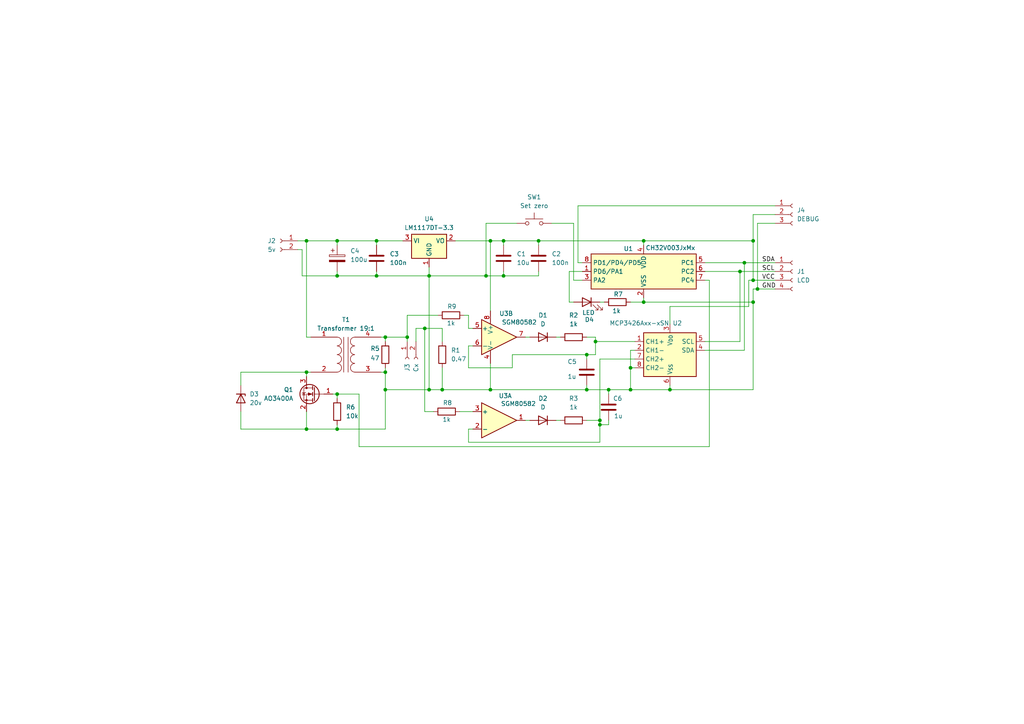
<source format=kicad_sch>
(kicad_sch (version 20231120) (generator "eeschema") (generator_version "8.0")
  (paper "A4")
  (lib_symbols
    (symbol "Amplifier_Operational:MCP6002-xSN" (pin_names (offset 0.127))
      (property "Reference" "U" (at 0 5.08 0))
      (property "Value" "MCP6002-xSN" (at 0 -5.08 0))
      (symbol "MCP6002-xSN_1_1"
        (polyline (pts (xy -5.08 5.08) (xy 5.08 0) (xy -5.08 -5.08) (xy -5.08 5.08)) (stroke (width 0.254)) (fill (type background)))
        (pin output line (at 7.62 0 180) (length 2.54) (name "~") (number "1"))
        (pin input line (at -7.62 -2.54 0) (length 2.54) (name "-") (number "2"))
        (pin input line (at -7.62 2.54 0) (length 2.54) (name "+") (number "3"))
      )
      (symbol "MCP6002-xSN_2_1"
        (polyline (pts (xy -5.08 5.08) (xy 5.08 0) (xy -5.08 -5.08) (xy -5.08 5.08)) (stroke (width 0.254)) (fill (type background)))
        (pin input line (at -7.62 2.54 0) (length 2.54) (name "+") (number "5"))
        (pin input line (at -7.62 -2.54 0) (length 2.54) (name "-") (number "6"))
        (pin output line (at 7.62 0 180) (length 2.54) (name "~") (number "7"))
      )
      (symbol "MCP6002-xSN_3_1"
        (pin power_in line (at -2.54 -7.62 90) (length 3.81) (name "V-") (number "4"))
        (pin power_in line (at -2.54 7.62 270) (length 3.81) (name "V+") (number "8"))
      )
    )
    (symbol "Analog_ADC:MCP3426Axx-xSN"
      (property "Reference" "U" (at -6.35 8.89 0))
      (property "Value" "MCP3426Axx-xSN" (at 1.27 8.89 0))
      (symbol "MCP3426Axx-xSN_0_1"
        (rectangle (start -7.62 7.62) (end 7.62 -5.08) (stroke (width 0.254)) (fill (type background)))
      )
      (symbol "MCP3426Axx-xSN_1_1"
        (pin input line (at -10.16 5.08 0) (length 2.54) (name "CH1+") (number "1"))
        (pin input line (at -10.16 2.54 0) (length 2.54) (name "CH1-") (number "2"))
        (pin power_in line (at 0 10.16 270) (length 2.54) (name "V_{DD}") (number "3"))
        (pin bidirectional line (at 10.16 2.54 180) (length 2.54) (name "SDA") (number "4"))
        (pin input line (at 10.16 5.08 180) (length 2.54) (name "SCL") (number "5"))
        (pin power_in line (at 0 -7.62 90) (length 2.54) (name "V_{SS}") (number "6"))
        (pin input line (at -10.16 0 0) (length 2.54) (name "CH2+") (number "7"))
        (pin input line (at -10.16 -2.54 0) (length 2.54) (name "CH2-") (number "8"))
      )
    )
    (symbol "Connector:Conn_01x02_Socket" (pin_names (offset 1.016) hide)
      (property "Reference" "J" (at 0 2.54 0))
      (property "Value" "Conn_01x02_Socket" (at 0 -5.08 0))
      (symbol "Conn_01x02_Socket_1_1"
        (arc (start 0 -2.032) (mid -0.5058 -2.54) (end 0 -3.048) (stroke (width 0.1524)))
        (polyline (pts (xy -1.27 -2.54) (xy -0.508 -2.54)) (stroke (width 0.1524)))
        (polyline (pts (xy -1.27 0) (xy -0.508 0)) (stroke (width 0.1524)))
        (arc (start 0 0.508) (mid -0.5058 0) (end 0 -0.508) (stroke (width 0.1524)))
        (pin passive line (at -5.08 0 0) (length 3.81) (name "Pin_1") (number "1"))
        (pin passive line (at -5.08 -2.54 0) (length 3.81) (name "Pin_2") (number "2"))
      )
    )
    (symbol "Connector:Conn_01x03_Socket" (pin_names (offset 1.016) hide)
      (property "Reference" "J" (at 0 5.08 0))
      (property "Value" "Conn_01x03_Socket" (at 0 -5.08 0))
      (symbol "Conn_01x03_Socket_1_1"
        (arc (start 0 -2.032) (mid -0.5058 -2.54) (end 0 -3.048) (stroke (width 0.1524)))
        (polyline (pts (xy -1.27 -2.54) (xy -0.508 -2.54)) (stroke (width 0.1524)))
        (polyline (pts (xy -1.27 0) (xy -0.508 0)) (stroke (width 0.1524)))
        (polyline (pts (xy -1.27 2.54) (xy -0.508 2.54)) (stroke (width 0.1524)))
        (arc (start 0 0.508) (mid -0.5058 0) (end 0 -0.508) (stroke (width 0.1524)))
        (arc (start 0 3.048) (mid -0.5058 2.54) (end 0 2.032) (stroke (width 0.1524)))
        (pin passive line (at -5.08 2.54 0) (length 3.81) (name "Pin_1") (number "1"))
        (pin passive line (at -5.08 0 0) (length 3.81) (name "Pin_2") (number "2"))
        (pin passive line (at -5.08 -2.54 0) (length 3.81) (name "Pin_3") (number "3"))
      )
    )
    (symbol "Connector:Conn_01x04_Socket" (pin_names (offset 1.016) hide)
      (property "Reference" "J" (at 0 5.08 0))
      (property "Value" "Conn_01x04_Socket" (at 0 -7.62 0))
      (symbol "Conn_01x04_Socket_1_1"
        (arc (start 0 -4.572) (mid -0.5058 -5.08) (end 0 -5.588) (stroke (width 0.1524)))
        (arc (start 0 -2.032) (mid -0.5058 -2.54) (end 0 -3.048) (stroke (width 0.1524)))
        (polyline (pts (xy -1.27 -5.08) (xy -0.508 -5.08)) (stroke (width 0.1524)))
        (polyline (pts (xy -1.27 -2.54) (xy -0.508 -2.54)) (stroke (width 0.1524)))
        (polyline (pts (xy -1.27 0) (xy -0.508 0)) (stroke (width 0.1524)))
        (polyline (pts (xy -1.27 2.54) (xy -0.508 2.54)) (stroke (width 0.1524)))
        (arc (start 0 0.508) (mid -0.5058 0) (end 0 -0.508) (stroke (width 0.1524)))
        (arc (start 0 3.048) (mid -0.5058 2.54) (end 0 2.032) (stroke (width 0.1524)))
        (pin passive line (at -5.08 2.54 0) (length 3.81) (name "Pin_1") (number "1"))
        (pin passive line (at -5.08 0 0) (length 3.81) (name "Pin_2") (number "2"))
        (pin passive line (at -5.08 -2.54 0) (length 3.81) (name "Pin_3") (number "3"))
        (pin passive line (at -5.08 -5.08 0) (length 3.81) (name "Pin_4") (number "4"))
      )
    )
    (symbol "Device:C" (pin_numbers hide) (pin_names (offset 0.254))
      (property "Reference" "C" (at 0.635 2.54 0))
      (property "Value" "C" (at 0.635 -2.54 0))
      (symbol "C_0_1"
        (polyline (pts (xy -2.032 -0.762) (xy 2.032 -0.762)) (stroke (width 0.508)))
        (polyline (pts (xy -2.032 0.762) (xy 2.032 0.762)) (stroke (width 0.508)))
      )
      (symbol "C_1_1"
        (pin passive line (at 0 3.81 270) (length 2.794) (name "~") (number "1"))
        (pin passive line (at 0 -3.81 90) (length 2.794) (name "~") (number "2"))
      )
    )
    (symbol "Device:C_Polarized" (pin_numbers hide) (pin_names (offset 0.254))
      (property "Reference" "C" (at 0.635 2.54 0))
      (property "Value" "C_Polarized" (at 0.635 -2.54 0))
      (symbol "C_Polarized_0_1"
        (rectangle (start -2.286 0.508) (end 2.286 1.016))
        (polyline (pts (xy -1.778 2.286) (xy -0.762 2.286)))
        (polyline (pts (xy -1.27 2.794) (xy -1.27 1.778)))
        (rectangle (start 2.286 -0.508) (end -2.286 -1.016) (fill (type outline)))
      )
      (symbol "C_Polarized_1_1"
        (pin passive line (at 0 3.81 270) (length 2.794) (name "~") (number "1"))
        (pin passive line (at 0 -3.81 90) (length 2.794) (name "~") (number "2"))
      )
    )
    (symbol "Device:D" (pin_numbers hide) (pin_names (offset 1.016) hide)
      (property "Reference" "D" (at 0 2.54 0))
      (property "Value" "D" (at 0 -2.54 0))
      (symbol "D_0_1"
        (polyline (pts (xy -1.27 1.27) (xy -1.27 -1.27)) (stroke (width 0.254)))
        (polyline (pts (xy 1.27 0) (xy -1.27 0)))
        (polyline (pts (xy 1.27 1.27) (xy 1.27 -1.27) (xy -1.27 0) (xy 1.27 1.27)) (stroke (width 0.254)))
      )
      (symbol "D_1_1"
        (pin passive line (at -3.81 0 0) (length 2.54) (name "K") (number "1"))
        (pin passive line (at 3.81 0 180) (length 2.54) (name "A") (number "2"))
      )
    )
    (symbol "Device:D_Zener" (pin_numbers hide) (pin_names (offset 1.016) hide)
      (property "Reference" "D" (at 0 2.54 0))
      (property "Value" "D_Zener" (at 0 -2.54 0))
      (symbol "D_Zener_0_1"
        (polyline (pts (xy 1.27 0) (xy -1.27 0)))
        (polyline (pts (xy -1.27 -1.27) (xy -1.27 1.27) (xy -0.762 1.27)) (stroke (width 0.254)))
        (polyline (pts (xy 1.27 -1.27) (xy 1.27 1.27) (xy -1.27 0) (xy 1.27 -1.27)) (stroke (width 0.254)))
      )
      (symbol "D_Zener_1_1"
        (pin passive line (at -3.81 0 0) (length 2.54) (name "K") (number "1"))
        (pin passive line (at 3.81 0 180) (length 2.54) (name "A") (number "2"))
      )
    )
    (symbol "Device:LED" (pin_numbers hide) (pin_names (offset 1.016) hide)
      (property "Reference" "D" (at 0 2.54 0))
      (property "Value" "LED" (at 0 -2.54 0))
      (symbol "LED_0_1"
        (polyline (pts (xy -1.27 -1.27) (xy -1.27 1.27)) (stroke (width 0.254)))
        (polyline (pts (xy -1.27 0) (xy 1.27 0)))
        (polyline (pts (xy 1.27 -1.27) (xy 1.27 1.27) (xy -1.27 0) (xy 1.27 -1.27)) (stroke (width 0.254)))
        (polyline (pts (xy -3.048 -0.762) (xy -4.572 -2.286) (xy -3.81 -2.286) (xy -4.572 -2.286) (xy -4.572 -1.524)))
        (polyline (pts (xy -1.778 -0.762) (xy -3.302 -2.286) (xy -2.54 -2.286) (xy -3.302 -2.286) (xy -3.302 -1.524)))
      )
      (symbol "LED_1_1"
        (pin passive line (at -3.81 0 0) (length 2.54) (name "K") (number "1"))
        (pin passive line (at 3.81 0 180) (length 2.54) (name "A") (number "2"))
      )
    )
    (symbol "Device:R" (pin_numbers hide) (pin_names (offset 0))
      (property "Reference" "R" (at 2.032 0 90))
      (property "Value" "R" (at 0 0 90))
      (symbol "R_0_1"
        (rectangle (start -1.016 -2.54) (end 1.016 2.54) (stroke (width 0.254)))
      )
      (symbol "R_1_1"
        (pin passive line (at 0 3.81 270) (length 1.27) (name "~") (number "1"))
        (pin passive line (at 0 -3.81 90) (length 1.27) (name "~") (number "2"))
      )
    )
    (symbol "Device:Transformer_1P_1S" (pin_names (offset 1.016) hide)
      (property "Reference" "T" (at 0 6.35 0))
      (property "Value" "Transformer_1P_1S" (at 0 -7.62 0))
      (symbol "Transformer_1P_1S_0_1"
        (arc (start -2.54 -5.0546) (mid -1.6599 -4.6901) (end -1.27 -3.81))
        (arc (start -2.54 -2.5146) (mid -1.6599 -2.1501) (end -1.27 -1.27))
        (arc (start -2.54 0.0254) (mid -1.6599 0.3899) (end -1.27 1.27))
        (arc (start -2.54 2.5654) (mid -1.6599 2.9299) (end -1.27 3.81))
        (arc (start -1.27 -3.81) (mid -1.642 -2.912) (end -2.54 -2.54))
        (arc (start -1.27 -1.27) (mid -1.642 -0.372) (end -2.54 0))
        (arc (start -1.27 1.27) (mid -1.642 2.168) (end -2.54 2.54))
        (arc (start -1.27 3.81) (mid -1.642 4.708) (end -2.54 5.08))
        (polyline (pts (xy -0.635 5.08) (xy -0.635 -5.08)))
        (polyline (pts (xy 0.635 -5.08) (xy 0.635 5.08)))
        (arc (start 1.2954 -1.27) (mid 1.6599 -2.1501) (end 2.54 -2.5146))
        (arc (start 1.2954 1.27) (mid 1.6599 0.3899) (end 2.54 0.0254))
        (arc (start 1.2954 3.81) (mid 1.6599 2.9299) (end 2.54 2.5654))
        (arc (start 1.3208 -3.81) (mid 1.6853 -4.6901) (end 2.5654 -5.0546))
        (arc (start 2.54 0) (mid 1.642 -0.372) (end 1.2954 -1.27))
        (arc (start 2.54 2.54) (mid 1.642 2.168) (end 1.2954 1.27))
        (arc (start 2.54 5.08) (mid 1.642 4.708) (end 1.2954 3.81))
        (arc (start 2.5654 -2.54) (mid 1.6674 -2.912) (end 1.3208 -3.81))
      )
      (symbol "Transformer_1P_1S_1_1"
        (pin passive line (at -10.16 5.08 0) (length 7.62) (name "AA") (number "1"))
        (pin passive line (at -10.16 -5.08 0) (length 7.62) (name "AB") (number "2"))
        (pin passive line (at 10.16 -5.08 180) (length 7.62) (name "SA") (number "3"))
        (pin passive line (at 10.16 5.08 180) (length 7.62) (name "SB") (number "4"))
      )
    )
    (symbol "MCU_WCH_CH32V0:CH32V003JxMx"
      (property "Reference" "U" (at -15.24 7.62 0))
      (property "Value" "CH32V003JxMx" (at 15.24 7.62 0))
      (symbol "CH32V003JxMx_1_1"
        (rectangle (start -15.24 5.08) (end 15.24 -5.08) (stroke (width 0.254)) (fill (type background)))
        (pin bidirectional line (at 17.78 0 180) (length 2.54) (name "PD6/PA1") (number "1"))
        (pin power_in line (at 0 -7.62 90) (length 2.54) (name "VSS") (number "2"))
        (pin bidirectional line (at 17.78 -2.54 180) (length 2.54) (name "PA2") (number "3"))
        (pin power_in line (at 0 7.62 270) (length 2.54) (name "VDD") (number "4"))
        (pin bidirectional line (at -17.78 2.54 0) (length 2.54) (name "PC1") (number "5"))
        (pin bidirectional line (at -17.78 0 0) (length 2.54) (name "PC2") (number "6"))
        (pin bidirectional line (at -17.78 -2.54 0) (length 2.54) (name "PC4") (number "7"))
        (pin bidirectional line (at 17.78 2.54 180) (length 2.54) (name "PD1/PD4/PD5") (number "8"))
      )
    )
    (symbol "Regulator_Linear:LM1117DT-3.3"
      (property "Reference" "U" (at -3.81 3.175 0))
      (property "Value" "LM1117DT-3.3" (at 0 3.175 0))
      (symbol "LM1117DT-3.3_0_1"
        (rectangle (start -5.08 -5.08) (end 5.08 1.905) (stroke (width 0.254)) (fill (type background)))
      )
      (symbol "LM1117DT-3.3_1_1"
        (pin power_in line (at 0 -7.62 90) (length 2.54) (name "GND") (number "1"))
        (pin power_out line (at 7.62 0 180) (length 2.54) (name "VO") (number "2"))
        (pin power_in line (at -7.62 0 0) (length 2.54) (name "VI") (number "3"))
      )
    )
    (symbol "Switch:SW_Push" (pin_numbers hide) (pin_names (offset 1.016) hide)
      (property "Reference" "SW" (at 1.27 2.54 0))
      (property "Value" "SW_Push" (at 0 -1.524 0))
      (symbol "SW_Push_0_1"
        (circle (center -2.032 0) (radius 0.508))
        (polyline (pts (xy 0 1.27) (xy 0 3.048)))
        (polyline (pts (xy 2.54 1.27) (xy -2.54 1.27)))
        (circle (center 2.032 0) (radius 0.508))
        (pin passive line (at -5.08 0 0) (length 2.54) (name "1") (number "1"))
        (pin passive line (at 5.08 0 180) (length 2.54) (name "2") (number "2"))
      )
    )
    (symbol "Transistor_FET:AO3400A" (pin_names hide)
      (property "Reference" "Q" (at 5.08 1.905 0))
      (property "Value" "AO3400A" (at 5.08 0 0))
      (symbol "AO3400A_0_1"
        (polyline (pts (xy 0.254 0) (xy -2.54 0)))
        (polyline (pts (xy 0.254 1.905) (xy 0.254 -1.905)) (stroke (width 0.254)))
        (polyline (pts (xy 0.762 -1.27) (xy 0.762 -2.286)) (stroke (width 0.254)))
        (polyline (pts (xy 0.762 0.508) (xy 0.762 -0.508)) (stroke (width 0.254)))
        (polyline (pts (xy 0.762 2.286) (xy 0.762 1.27)) (stroke (width 0.254)))
        (polyline (pts (xy 2.54 2.54) (xy 2.54 1.778)))
        (polyline (pts (xy 2.54 -2.54) (xy 2.54 0) (xy 0.762 0)))
        (polyline (pts (xy 0.762 -1.778) (xy 3.302 -1.778) (xy 3.302 1.778) (xy 0.762 1.778)))
        (polyline (pts (xy 1.016 0) (xy 2.032 0.381) (xy 2.032 -0.381) (xy 1.016 0)) (fill (type outline)))
        (polyline (pts (xy 2.794 0.508) (xy 2.921 0.381) (xy 3.683 0.381) (xy 3.81 0.254)))
        (polyline (pts (xy 3.302 0.381) (xy 2.921 -0.254) (xy 3.683 -0.254) (xy 3.302 0.381)))
        (circle (center 1.651 0) (radius 2.794) (stroke (width 0.254)))
        (circle (center 2.54 -1.778) (radius 0.254) (fill (type outline)))
        (circle (center 2.54 1.778) (radius 0.254) (fill (type outline)))
      )
      (symbol "AO3400A_1_1"
        (pin input line (at -5.08 0 0) (length 2.54) (name "G") (number "1"))
        (pin passive line (at 2.54 -5.08 90) (length 2.54) (name "S") (number "2"))
        (pin passive line (at 2.54 5.08 270) (length 2.54) (name "D") (number "3"))
      )
    )
  )
  (junction (at 146.05 80.01))
  (junction (at 219.71 83.82))
  (junction (at 88.9 124.46))
  (junction (at 182.88 106.68))
  (junction (at 215.9 76.2))
  (junction (at 97.79 80.01))
  (junction (at 111.76 97.79))
  (junction (at 214.63 78.74))
  (junction (at 218.44 87.63))
  (junction (at 111.76 113.03))
  (junction (at 88.9 107.95))
  (junction (at 146.05 69.85))
  (junction (at 140.97 80.01))
  (junction (at 124.46 80.01))
  (junction (at 123.19 95.25))
  (junction (at 156.21 69.85))
  (junction (at 118.11 97.79))
  (junction (at 124.46 113.03))
  (junction (at 218.44 69.85))
  (junction (at 186.69 87.63))
  (junction (at 111.76 107.95))
  (junction (at 142.24 69.85))
  (junction (at 88.9 69.85))
  (junction (at 186.69 69.85))
  (junction (at 97.79 69.85))
  (junction (at 170.18 102.87))
  (junction (at 170.18 113.03))
  (junction (at 109.22 69.85))
  (junction (at 172.72 99.06))
  (junction (at 182.88 113.03))
  (junction (at 97.79 124.46))
  (junction (at 194.31 113.03))
  (junction (at 176.53 113.03))
  (junction (at 109.22 80.01))
  (junction (at 173.99 121.92))
  (junction (at 173.99 123.19))
  (junction (at 97.79 114.3))
  (junction (at 142.24 113.03))
  (junction (at 128.27 113.03))
  (junction (at 218.44 81.28))
  (wire (pts (xy 111.76 107.95) (xy 111.76 113.03)))
  (wire (pts (xy 160.02 64.77) (xy 166.37 64.77)))
  (wire (pts (xy 194.31 113.03) (xy 218.44 113.03)))
  (wire (pts (xy 224.79 62.23) (xy 218.44 62.23)))
  (wire (pts (xy 214.63 78.74) (xy 224.79 78.74)))
  (wire (pts (xy 182.88 113.03) (xy 194.31 113.03)))
  (wire (pts (xy 215.9 76.2) (xy 224.79 76.2)))
  (wire (pts (xy 88.9 107.95) (xy 90.17 107.95)))
  (wire (pts (xy 156.21 78.74) (xy 156.21 80.01)))
  (wire (pts (xy 205.74 81.28) (xy 205.74 129.54)))
  (wire (pts (xy 97.79 124.46) (xy 111.76 124.46)))
  (wire (pts (xy 111.76 99.06) (xy 111.76 97.79)))
  (wire (pts (xy 97.79 80.01) (xy 109.22 80.01)))
  (wire (pts (xy 167.64 59.69) (xy 167.64 76.2)))
  (wire (pts (xy 110.49 97.79) (xy 111.76 97.79)))
  (wire (pts (xy 118.11 91.44) (xy 118.11 97.79)))
  (wire (pts (xy 186.69 87.63) (xy 186.69 86.36)))
  (wire (pts (xy 148.59 106.68) (xy 148.59 102.87)))
  (wire (pts (xy 125.73 119.38) (xy 123.19 119.38)))
  (wire (pts (xy 87.63 80.01) (xy 97.79 80.01)))
  (wire (pts (xy 128.27 106.68) (xy 128.27 113.03)))
  (wire (pts (xy 104.14 114.3) (xy 97.79 114.3)))
  (wire (pts (xy 96.52 114.3) (xy 97.79 114.3)))
  (wire (pts (xy 109.22 80.01) (xy 124.46 80.01)))
  (wire (pts (xy 109.22 69.85) (xy 109.22 71.12)))
  (wire (pts (xy 224.79 83.82) (xy 219.71 83.82)))
  (wire (pts (xy 128.27 95.25) (xy 128.27 99.06)))
  (wire (pts (xy 218.44 83.82) (xy 218.44 87.63)))
  (wire (pts (xy 86.36 69.85) (xy 88.9 69.85)))
  (wire (pts (xy 176.53 113.03) (xy 182.88 113.03)))
  (wire (pts (xy 111.76 97.79) (xy 118.11 97.79)))
  (wire (pts (xy 156.21 69.85) (xy 186.69 69.85)))
  (wire (pts (xy 152.4 97.79) (xy 153.67 97.79)))
  (wire (pts (xy 219.71 83.82) (xy 218.44 83.82)))
  (wire (pts (xy 127 91.44) (xy 118.11 91.44)))
  (wire (pts (xy 109.22 78.74) (xy 109.22 80.01)))
  (wire (pts (xy 166.37 87.63) (xy 165.1 87.63)))
  (wire (pts (xy 194.31 88.9) (xy 217.17 88.9)))
  (wire (pts (xy 135.89 106.68) (xy 135.89 100.33)))
  (wire (pts (xy 137.16 124.46) (xy 135.89 124.46)))
  (wire (pts (xy 194.31 111.76) (xy 194.31 113.03)))
  (wire (pts (xy 142.24 105.41) (xy 142.24 113.03)))
  (wire (pts (xy 182.88 106.68) (xy 184.15 106.68)))
  (wire (pts (xy 165.1 87.63) (xy 165.1 78.74)))
  (wire (pts (xy 97.79 123.19) (xy 97.79 124.46)))
  (wire (pts (xy 97.79 69.85) (xy 88.9 69.85)))
  (wire (pts (xy 217.17 88.9) (xy 217.17 81.28)))
  (wire (pts (xy 132.08 69.85) (xy 142.24 69.85)))
  (wire (pts (xy 172.72 102.87) (xy 172.72 99.06)))
  (wire (pts (xy 109.22 69.85) (xy 97.79 69.85)))
  (wire (pts (xy 69.85 124.46) (xy 88.9 124.46)))
  (wire (pts (xy 218.44 69.85) (xy 186.69 69.85)))
  (wire (pts (xy 134.62 91.44) (xy 135.89 91.44)))
  (wire (pts (xy 156.21 69.85) (xy 156.21 71.12)))
  (wire (pts (xy 124.46 113.03) (xy 128.27 113.03)))
  (wire (pts (xy 110.49 107.95) (xy 111.76 107.95)))
  (wire (pts (xy 142.24 69.85) (xy 146.05 69.85)))
  (wire (pts (xy 186.69 69.85) (xy 186.69 71.12)))
  (wire (pts (xy 142.24 90.17) (xy 142.24 69.85)))
  (wire (pts (xy 135.89 91.44) (xy 135.89 95.25)))
  (wire (pts (xy 219.71 64.77) (xy 219.71 83.82)))
  (wire (pts (xy 165.1 78.74) (xy 168.91 78.74)))
  (wire (pts (xy 86.36 72.39) (xy 87.63 72.39)))
  (wire (pts (xy 194.31 93.98) (xy 194.31 88.9)))
  (wire (pts (xy 224.79 81.28) (xy 218.44 81.28)))
  (wire (pts (xy 104.14 129.54) (xy 104.14 114.3)))
  (wire (pts (xy 146.05 78.74) (xy 146.05 80.01)))
  (wire (pts (xy 111.76 106.68) (xy 111.76 107.95)))
  (wire (pts (xy 111.76 113.03) (xy 111.76 124.46)))
  (wire (pts (xy 146.05 69.85) (xy 146.05 71.12)))
  (wire (pts (xy 170.18 111.76) (xy 170.18 113.03)))
  (wire (pts (xy 170.18 102.87) (xy 170.18 104.14)))
  (wire (pts (xy 133.35 119.38) (xy 137.16 119.38)))
  (wire (pts (xy 218.44 87.63) (xy 186.69 87.63)))
  (wire (pts (xy 69.85 111.76) (xy 69.85 107.95)))
  (wire (pts (xy 88.9 119.38) (xy 88.9 124.46)))
  (wire (pts (xy 204.47 76.2) (xy 215.9 76.2)))
  (wire (pts (xy 167.64 76.2) (xy 168.91 76.2)))
  (wire (pts (xy 184.15 104.14) (xy 173.99 104.14)))
  (wire (pts (xy 161.29 121.92) (xy 162.56 121.92)))
  (wire (pts (xy 140.97 64.77) (xy 140.97 80.01)))
  (wire (pts (xy 120.65 95.25) (xy 123.19 95.25)))
  (wire (pts (xy 176.53 113.03) (xy 176.53 114.3)))
  (wire (pts (xy 124.46 77.47) (xy 124.46 80.01)))
  (wire (pts (xy 124.46 80.01) (xy 124.46 113.03)))
  (wire (pts (xy 148.59 102.87) (xy 170.18 102.87)))
  (wire (pts (xy 205.74 129.54) (xy 104.14 129.54)))
  (wire (pts (xy 218.44 62.23) (xy 218.44 69.85)))
  (wire (pts (xy 120.65 99.06) (xy 120.65 95.25)))
  (wire (pts (xy 135.89 128.27) (xy 135.89 124.46)))
  (wire (pts (xy 173.99 123.19) (xy 173.99 128.27)))
  (wire (pts (xy 146.05 80.01) (xy 140.97 80.01)))
  (wire (pts (xy 204.47 81.28) (xy 205.74 81.28)))
  (wire (pts (xy 170.18 97.79) (xy 172.72 97.79)))
  (wire (pts (xy 166.37 81.28) (xy 168.91 81.28)))
  (wire (pts (xy 173.99 104.14) (xy 173.99 121.92)))
  (wire (pts (xy 176.53 121.92) (xy 176.53 123.19)))
  (wire (pts (xy 135.89 106.68) (xy 148.59 106.68)))
  (wire (pts (xy 218.44 81.28) (xy 218.44 69.85)))
  (wire (pts (xy 146.05 69.85) (xy 156.21 69.85)))
  (wire (pts (xy 128.27 113.03) (xy 142.24 113.03)))
  (wire (pts (xy 182.88 106.68) (xy 182.88 113.03)))
  (wire (pts (xy 135.89 100.33) (xy 137.16 100.33)))
  (wire (pts (xy 182.88 87.63) (xy 186.69 87.63)))
  (wire (pts (xy 97.79 78.74) (xy 97.79 80.01)))
  (wire (pts (xy 204.47 99.06) (xy 214.63 99.06)))
  (wire (pts (xy 69.85 119.38) (xy 69.85 124.46)))
  (wire (pts (xy 161.29 97.79) (xy 162.56 97.79)))
  (wire (pts (xy 88.9 97.79) (xy 90.17 97.79)))
  (wire (pts (xy 116.84 69.85) (xy 109.22 69.85)))
  (wire (pts (xy 142.24 113.03) (xy 170.18 113.03)))
  (wire (pts (xy 217.17 81.28) (xy 218.44 81.28)))
  (wire (pts (xy 149.86 64.77) (xy 140.97 64.77)))
  (wire (pts (xy 170.18 102.87) (xy 172.72 102.87)))
  (wire (pts (xy 170.18 121.92) (xy 173.99 121.92)))
  (wire (pts (xy 135.89 128.27) (xy 173.99 128.27)))
  (wire (pts (xy 173.99 87.63) (xy 175.26 87.63)))
  (wire (pts (xy 173.99 121.92) (xy 173.99 123.19)))
  (wire (pts (xy 184.15 101.6) (xy 182.88 101.6)))
  (wire (pts (xy 135.89 95.25) (xy 137.16 95.25)))
  (wire (pts (xy 123.19 119.38) (xy 123.19 95.25)))
  (wire (pts (xy 224.79 64.77) (xy 219.71 64.77)))
  (wire (pts (xy 88.9 69.85) (xy 88.9 97.79)))
  (wire (pts (xy 204.47 101.6) (xy 215.9 101.6)))
  (wire (pts (xy 88.9 124.46) (xy 97.79 124.46)))
  (wire (pts (xy 176.53 123.19) (xy 173.99 123.19)))
  (wire (pts (xy 97.79 115.57) (xy 97.79 114.3)))
  (wire (pts (xy 87.63 72.39) (xy 87.63 80.01)))
  (wire (pts (xy 118.11 99.06) (xy 118.11 97.79)))
  (wire (pts (xy 172.72 97.79) (xy 172.72 99.06)))
  (wire (pts (xy 88.9 107.95) (xy 88.9 109.22)))
  (wire (pts (xy 215.9 101.6) (xy 215.9 76.2)))
  (wire (pts (xy 224.79 59.69) (xy 167.64 59.69)))
  (wire (pts (xy 140.97 80.01) (xy 124.46 80.01)))
  (wire (pts (xy 214.63 99.06) (xy 214.63 78.74)))
  (wire (pts (xy 69.85 107.95) (xy 88.9 107.95)))
  (wire (pts (xy 97.79 69.85) (xy 97.79 71.12)))
  (wire (pts (xy 204.47 78.74) (xy 214.63 78.74)))
  (wire (pts (xy 111.76 113.03) (xy 124.46 113.03)))
  (wire (pts (xy 166.37 64.77) (xy 166.37 81.28)))
  (wire (pts (xy 170.18 113.03) (xy 176.53 113.03)))
  (wire (pts (xy 172.72 99.06) (xy 184.15 99.06)))
  (wire (pts (xy 218.44 113.03) (xy 218.44 87.63)))
  (wire (pts (xy 156.21 80.01) (xy 146.05 80.01)))
  (wire (pts (xy 152.4 121.92) (xy 153.67 121.92)))
  (wire (pts (xy 182.88 101.6) (xy 182.88 106.68)))
  (wire (pts (xy 123.19 95.25) (xy 128.27 95.25)))
  (label "SCL" (at 220.98 78.74 0))
  (label "SDA" (at 220.98 76.2 0))
  (label "GND" (at 220.98 83.82 0))
  (label "VCC" (at 220.98 81.28 0))
  (symbol (lib_id "Device:C") (at 170.18 107.95 0) (unit 1)
    (property "Reference" "C5" (at 164.592 104.902 0) (effects (justify left)))
    (property "Value" "1u" (at 164.592 109.22 0) (effects (justify left)))
    (property "Description" "Unpolarized capacitor" (effects (hide yes)))
  )
  (symbol (lib_id "Device:R") (at 129.54 119.38 90) (unit 1)
    (property "Reference" "R8" (at 129.794 116.84 90))
    (property "Value" "1k" (at 129.54 121.666 90))
    (property "Description" "Resistor" (effects (hide yes)))
  )
  (symbol (lib_id "Device:R") (at 179.07 87.63 90) (unit 1)
    (property "Reference" "R7" (at 179.324 85.344 90))
    (property "Value" "1k" (at 178.816 90.17 90))
    (property "Description" "Resistor" (effects (hide yes)))
  )
  (symbol (lib_id "Device:C") (at 146.05 74.93 0) (unit 1)
    (property "Reference" "C1" (at 149.86 73.6599 0) (effects (justify left)))
    (property "Value" "10u" (at 149.86 76.1999 0) (effects (justify left)))
    (property "Description" "Unpolarized capacitor" (effects (hide yes)))
  )
  (symbol (lib_id "Analog_ADC:MCP3426Axx-xSN") (at 194.31 104.14 0) (unit 1)
    (property "Reference" "U2" (at 195.072 93.726 0) (effects (justify left)))
    (property "Value" "MCP3426Axx-xSN" (at 176.784 93.726 0) (effects (justify left)))
    (property "Footprint" "Package_SO:SOIC-8_3.9x4.9mm_P1.27mm" (effects (hide yes)))
    (property "Datasheet" "http://ww1.microchip.com/downloads/en/DeviceDoc/22226a.pdf" (effects (hide yes)))
    (property "Description" "16-Bit, Multi-Channel ΔΣ Analog-to-Digital Converter with I2C Interface and On-Board Reference, SOIC-8" (effects (hide yes)))
  )
  (symbol (lib_id "Device:R") (at 111.76 102.87 0) (unit 1)
    (property "Reference" "R5" (at 107.442 101.092 0) (effects (justify left)))
    (property "Value" "47" (at 107.442 103.886 0) (effects (justify left)))
    (property "Description" "Resistor" (effects (hide yes)))
  )
  (symbol (lib_id "Device:C") (at 176.53 118.11 0) (unit 1)
    (property "Reference" "C6" (at 177.8 115.57 0) (effects (justify left)))
    (property "Value" "1u" (at 178.054 120.65 0) (effects (justify left)))
    (property "Description" "Unpolarized capacitor" (effects (hide yes)))
  )
  (symbol (lib_id "Connector:Conn_01x03_Socket") (at 229.87 62.23 0) (unit 1)
    (property "Reference" "J4" (at 231.14 60.9599 0) (effects (justify left)))
    (property "Value" "DEBUG" (at 231.14 63.4999 0) (effects (justify left)))
    (property "Footprint" "Connector_PinSocket_2.54mm:PinSocket_1x03_P2.54mm_Vertical" (effects (hide yes)))
    (property "Description" "Generic connector, single row, 01x03, script generated" (effects (hide yes)))
  )
  (symbol (lib_id "Device:D_Zener") (at 69.85 115.57 270) (unit 1)
    (property "Reference" "D3" (at 72.39 114.2999 90) (effects (justify left)))
    (property "Value" "20v" (at 72.39 116.8399 90) (effects (justify left)))
    (property "Description" "Zener diode" (effects (hide yes)))
  )
  (symbol (lib_id "Device:C_Polarized") (at 97.79 74.93 0) (unit 1)
    (property "Reference" "C4" (at 101.6 72.7709 0) (effects (justify left)))
    (property "Value" "100u" (at 101.6 75.3109 0) (effects (justify left)))
    (property "Description" "Polarized capacitor" (effects (hide yes)))
  )
  (symbol (lib_id "Device:R") (at 166.37 121.92 90) (unit 1)
    (property "Reference" "R3" (at 166.37 115.57 90))
    (property "Value" "1k" (at 166.37 118.11 90))
    (property "Description" "Resistor" (effects (hide yes)))
  )
  (symbol (lib_id "Transistor_FET:AO3400A") (at 91.44 114.3 0) (mirror y) (unit 1)
    (property "Reference" "Q1" (at 85.09 113.0299 0) (effects (justify left)))
    (property "Value" "AO3400A" (at 85.09 115.5699 0) (effects (justify left)))
    (property "Footprint" "Package_TO_SOT_SMD:SOT-23" (effects (hide yes)))
    (property "Datasheet" "http://www.aosmd.com/pdfs/datasheet/AO3400A.pdf" (effects (hide yes)))
    (property "Description" "30V Vds, 5.7A Id, N-Channel MOSFET, SOT-23" (effects (hide yes)))
  )
  (symbol (lib_id "Device:R") (at 128.27 102.87 0) (unit 1)
    (property "Reference" "R1" (at 130.81 101.5999 0) (effects (justify left)))
    (property "Value" "0.47" (at 130.81 104.1399 0) (effects (justify left)))
    (property "Description" "Resistor" (effects (hide yes)))
  )
  (symbol (lib_id "Connector:Conn_01x02_Socket") (at 81.28 69.85 0) (mirror y) (unit 1)
    (property "Reference" "J2" (at 80.01 69.8499 0) (effects (justify left)))
    (property "Value" "5v" (at 80.01 72.3899 0) (effects (justify left)))
    (property "Footprint" "Connector_PinHeader_2.54mm:PinHeader_1x02_P2.54mm_Vertical" (effects (hide yes)))
    (property "Description" "Generic connector, single row, 01x02, script generated" (effects (hide yes)))
  )
  (symbol (lib_id "Amplifier_Operational:MCP6002-xSN") (at 144.78 97.79 0) (unit 3)
    (property "Reference" "U3" (effects (hide yes)))
    (property "Value" "SGM80582" (effects (hide yes)))
    (property "Footprint" "Package_SO:SOIC-8_3.9x4.9mm_P1.27mm" (effects (hide yes)))
    (property "Datasheet" "http://ww1.microchip.com/downloads/en/DeviceDoc/21733j.pdf" (effects (hide yes)))
    (property "Description" "1MHz, Low-Power Op Amp, SOIC-8" (effects (hide yes)))
  )
  (symbol (lib_id "Connector:Conn_01x02_Socket") (at 118.11 104.14 90) (mirror x) (unit 1)
    (property "Reference" "J3" (at 118.1099 105.41 0) (effects (justify left)))
    (property "Value" "Cx" (at 120.6499 105.41 0) (effects (justify left)))
    (property "Footprint" "Connector_PinHeader_2.54mm:PinHeader_1x02_P2.54mm_Vertical" (effects (hide yes)))
    (property "Description" "Generic connector, single row, 01x02, script generated" (effects (hide yes)))
  )
  (symbol (lib_id "Device:Transformer_1P_1S") (at 100.33 102.87 0) (unit 1)
    (property "Reference" "T1" (at 100.3427 92.71 0))
    (property "Value" "Transformer 19:1" (at 100.3427 95.25 0))
    (property "Description" "Transformer, single primary, single secondary" (effects (hide yes)))
  )
  (symbol (lib_id "Device:LED") (at 170.18 87.63 0) (mirror y) (unit 1)
    (property "Reference" "D4" (at 170.942 92.71 0))
    (property "Value" "LED" (at 170.688 90.678 0))
    (property "Description" "Light emitting diode" (effects (hide yes)))
  )
  (symbol (lib_id "Device:R") (at 166.37 97.79 90) (unit 1)
    (property "Reference" "R2" (at 166.37 91.44 90))
    (property "Value" "1k" (at 166.37 93.98 90))
    (property "Description" "Resistor" (effects (hide yes)))
  )
  (symbol (lib_id "Device:C") (at 109.22 74.93 0) (unit 1)
    (property "Reference" "C3" (at 113.03 73.6599 0) (effects (justify left)))
    (property "Value" "100n" (at 113.03 76.1999 0) (effects (justify left)))
    (property "Description" "Unpolarized capacitor" (effects (hide yes)))
  )
  (symbol (lib_id "Amplifier_Operational:MCP6002-xSN") (at 144.78 97.79 0) (unit 2)
    (property "Reference" "U3" (at 146.812 90.932 0))
    (property "Value" "SGM80582" (at 150.622 93.472 0))
    (property "Footprint" "Package_SO:SOIC-8_3.9x4.9mm_P1.27mm" (effects (hide yes)))
    (property "Datasheet" "http://ww1.microchip.com/downloads/en/DeviceDoc/21733j.pdf" (effects (hide yes)))
    (property "Description" "1MHz, Low-Power Op Amp, SOIC-8" (effects (hide yes)))
  )
  (symbol (lib_id "Device:R") (at 97.79 119.38 0) (unit 1)
    (property "Reference" "R6" (at 100.33 118.1099 0) (effects (justify left)))
    (property "Value" "10k" (at 100.33 120.6499 0) (effects (justify left)))
    (property "Description" "Resistor" (effects (hide yes)))
  )
  (symbol (lib_id "Switch:SW_Push") (at 154.94 64.77 0) (unit 1)
    (property "Reference" "SW1" (at 154.94 57.15 0))
    (property "Value" "Set zero" (at 154.94 59.69 0))
    (property "Description" "Push button switch, generic, two pins" (effects (hide yes)))
  )
  (symbol (lib_id "Regulator_Linear:LM1117DT-3.3") (at 124.46 69.85 0) (unit 1)
    (property "Reference" "U4" (at 124.46 63.5 0))
    (property "Value" "LM1117DT-3.3" (at 124.46 66.04 0))
    (property "Footprint" "Package_TO_SOT_SMD:TO-252-3_TabPin2" (effects (hide yes)))
    (property "Datasheet" "http://www.ti.com/lit/ds/symlink/lm1117.pdf" (effects (hide yes)))
    (property "Description" "800mA Low-Dropout Linear Regulator, 3.3V fixed output, TO-252" (effects (hide yes)))
  )
  (symbol (lib_id "Device:C") (at 156.21 74.93 0) (unit 1)
    (property "Reference" "C2" (at 160.02 73.6599 0) (effects (justify left)))
    (property "Value" "100n" (at 160.02 76.1999 0) (effects (justify left)))
    (property "Description" "Unpolarized capacitor" (effects (hide yes)))
  )
  (symbol (lib_id "Device:R") (at 130.81 91.44 90) (unit 1)
    (property "Reference" "R9" (at 131.064 88.9 90))
    (property "Value" "1k" (at 130.81 93.726 90))
    (property "Description" "Resistor" (effects (hide yes)))
  )
  (symbol (lib_id "Device:D") (at 157.48 97.79 0) (mirror y) (unit 1)
    (property "Reference" "D1" (at 157.48 91.44 0))
    (property "Value" "D" (at 157.48 93.98 0))
    (property "Description" "Diode" (effects (hide yes)))
    (property "Sim.Device" "D" (effects (hide yes)))
    (property "Sim.Pins" "1=K 2=A" (effects (hide yes)))
  )
  (symbol (lib_id "MCU_WCH_CH32V0:CH32V003JxMx") (at 186.69 78.74 0) (mirror y) (unit 1)
    (property "Reference" "U1" (at 183.642 72.136 0) (effects (justify left)))
    (property "Value" "CH32V003JxMx" (at 201.676 71.882 0) (effects (justify left)))
    (property "Footprint" "Package_SO:SOP-8_3.9x4.9mm_P1.27mm" (effects (hide yes)))
    (property "Datasheet" "https://www.wch-ic.com/products/CH32V003.html" (effects (hide yes)))
    (property "Description" "CH32V003 series are industrial-grade general-purpose microcontrollers designed based on 32-bit RISC-V instruction set and architecture. It adopts QingKe V2A core, RV32EC instruction set, and supports 2 levels of interrupt nesting. The series are mounted with rich peripheral interfaces and function modules. Its internal organizational structure meets the low-cost and low-power embedded application scenarios." (effects (hide yes)))
  )
  (symbol (lib_id "Connector:Conn_01x04_Socket") (at 229.87 78.74 0) (unit 1)
    (property "Reference" "J1" (at 231.14 78.7399 0) (effects (justify left)))
    (property "Value" "LCD" (at 231.14 81.2799 0) (effects (justify left)))
    (property "Footprint" "Connector_PinHeader_2.54mm:PinHeader_1x04_P2.54mm_Vertical" (effects (hide yes)))
    (property "Description" "Generic connector, single row, 01x04, script generated" (effects (hide yes)))
  )
  (symbol (lib_id "Amplifier_Operational:MCP6002-xSN") (at 144.78 121.92 0) (unit 1)
    (property "Reference" "U3" (at 146.558 114.808 0))
    (property "Value" "SGM80582" (at 150.368 117.094 0))
    (property "Footprint" "Package_SO:SOIC-8_3.9x4.9mm_P1.27mm" (effects (hide yes)))
    (property "Datasheet" "http://ww1.microchip.com/downloads/en/DeviceDoc/21733j.pdf" (effects (hide yes)))
    (property "Description" "1MHz, Low-Power Op Amp, SOIC-8" (effects (hide yes)))
  )
  (symbol (lib_id "Device:D") (at 157.48 121.92 0) (mirror y) (unit 1)
    (property "Reference" "D2" (at 157.48 115.57 0))
    (property "Value" "D" (at 157.48 118.11 0))
    (property "Description" "Diode" (effects (hide yes)))
    (property "Sim.Device" "D" (effects (hide yes)))
    (property "Sim.Pins" "1=K 2=A" (effects (hide yes)))
  )
)
</source>
